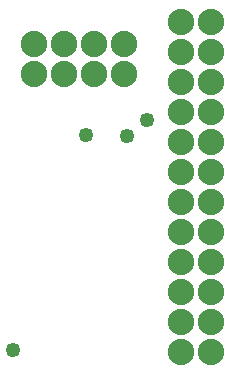
<source format=gts>
G04 MADE WITH FRITZING*
G04 WWW.FRITZING.ORG*
G04 DOUBLE SIDED*
G04 HOLES PLATED*
G04 CONTOUR ON CENTER OF CONTOUR VECTOR*
%ASAXBY*%
%FSLAX23Y23*%
%MOIN*%
%OFA0B0*%
%SFA1.0B1.0*%
%ADD10C,0.088000*%
%ADD11C,0.049370*%
%LNMASK1*%
G90*
G70*
G54D10*
X446Y1171D03*
X346Y1171D03*
X246Y1171D03*
X146Y1171D03*
X446Y1171D03*
X346Y1171D03*
X246Y1171D03*
X146Y1171D03*
X146Y1071D03*
X246Y1071D03*
X346Y1071D03*
X446Y1071D03*
X636Y1246D03*
X636Y1146D03*
X636Y1046D03*
X636Y946D03*
X636Y846D03*
X636Y746D03*
X636Y646D03*
X636Y546D03*
X636Y446D03*
X636Y346D03*
X636Y246D03*
X636Y146D03*
X636Y1246D03*
X636Y1146D03*
X636Y1046D03*
X636Y946D03*
X636Y846D03*
X636Y746D03*
X636Y646D03*
X636Y546D03*
X636Y446D03*
X636Y346D03*
X636Y246D03*
X636Y146D03*
X736Y146D03*
X736Y246D03*
X736Y346D03*
X736Y446D03*
X736Y546D03*
X736Y646D03*
X736Y746D03*
X736Y846D03*
X736Y946D03*
X736Y1046D03*
X736Y1146D03*
X736Y1246D03*
G54D11*
X522Y918D03*
X456Y865D03*
X319Y868D03*
X75Y151D03*
G04 End of Mask1*
M02*
</source>
